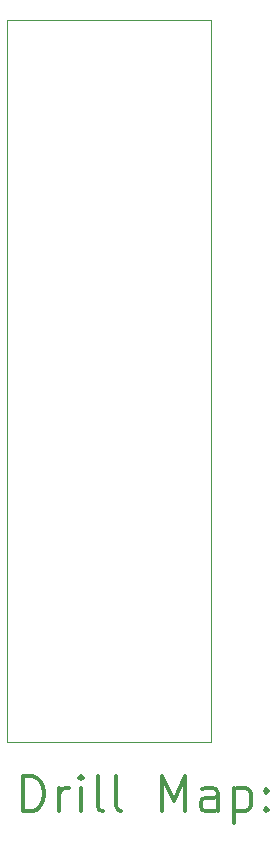
<source format=gbr>
%FSLAX45Y45*%
G04 Gerber Fmt 4.5, Leading zero omitted, Abs format (unit mm)*
G04 Created by KiCad (PCBNEW (5.1.5)-3) date 2021-01-01 17:19:38*
%MOMM*%
%LPD*%
G04 APERTURE LIST*
%TA.AperFunction,Profile*%
%ADD10C,0.100000*%
%TD*%
%ADD11C,0.200000*%
%ADD12C,0.300000*%
G04 APERTURE END LIST*
D10*
X8089900Y-10756900D02*
X8089900Y-4641850D01*
X9817100Y-10756900D02*
X8089900Y-10756900D01*
X9817100Y-4641850D02*
X9817100Y-10756900D01*
X8089900Y-4641850D02*
X9817100Y-4641850D01*
D11*
D12*
X8227928Y-11339264D02*
X8227928Y-11039264D01*
X8299357Y-11039264D01*
X8342214Y-11053550D01*
X8370786Y-11082121D01*
X8385071Y-11110693D01*
X8399357Y-11167836D01*
X8399357Y-11210693D01*
X8385071Y-11267836D01*
X8370786Y-11296407D01*
X8342214Y-11324978D01*
X8299357Y-11339264D01*
X8227928Y-11339264D01*
X8527929Y-11339264D02*
X8527929Y-11139264D01*
X8527929Y-11196407D02*
X8542214Y-11167836D01*
X8556500Y-11153550D01*
X8585071Y-11139264D01*
X8613643Y-11139264D01*
X8713643Y-11339264D02*
X8713643Y-11139264D01*
X8713643Y-11039264D02*
X8699357Y-11053550D01*
X8713643Y-11067836D01*
X8727929Y-11053550D01*
X8713643Y-11039264D01*
X8713643Y-11067836D01*
X8899357Y-11339264D02*
X8870786Y-11324978D01*
X8856500Y-11296407D01*
X8856500Y-11039264D01*
X9056500Y-11339264D02*
X9027929Y-11324978D01*
X9013643Y-11296407D01*
X9013643Y-11039264D01*
X9399357Y-11339264D02*
X9399357Y-11039264D01*
X9499357Y-11253550D01*
X9599357Y-11039264D01*
X9599357Y-11339264D01*
X9870786Y-11339264D02*
X9870786Y-11182121D01*
X9856500Y-11153550D01*
X9827929Y-11139264D01*
X9770786Y-11139264D01*
X9742214Y-11153550D01*
X9870786Y-11324978D02*
X9842214Y-11339264D01*
X9770786Y-11339264D01*
X9742214Y-11324978D01*
X9727929Y-11296407D01*
X9727929Y-11267836D01*
X9742214Y-11239264D01*
X9770786Y-11224978D01*
X9842214Y-11224978D01*
X9870786Y-11210693D01*
X10013643Y-11139264D02*
X10013643Y-11439264D01*
X10013643Y-11153550D02*
X10042214Y-11139264D01*
X10099357Y-11139264D01*
X10127929Y-11153550D01*
X10142214Y-11167836D01*
X10156500Y-11196407D01*
X10156500Y-11282121D01*
X10142214Y-11310693D01*
X10127929Y-11324978D01*
X10099357Y-11339264D01*
X10042214Y-11339264D01*
X10013643Y-11324978D01*
X10285071Y-11310693D02*
X10299357Y-11324978D01*
X10285071Y-11339264D01*
X10270786Y-11324978D01*
X10285071Y-11310693D01*
X10285071Y-11339264D01*
X10285071Y-11153550D02*
X10299357Y-11167836D01*
X10285071Y-11182121D01*
X10270786Y-11167836D01*
X10285071Y-11153550D01*
X10285071Y-11182121D01*
M02*

</source>
